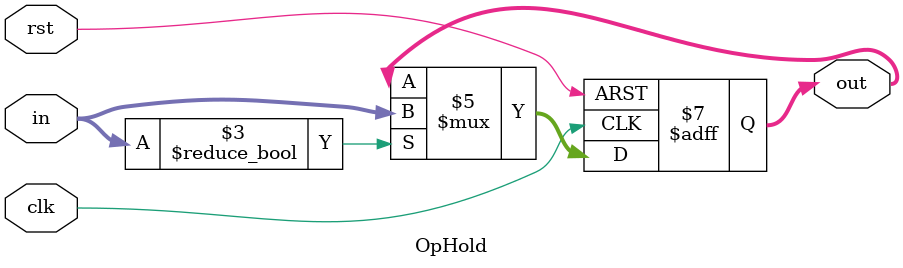
<source format=v>
module OpHold(out, in, clk, rst);

input           clk;
input           rst;
input  [7:0]     in;
output [7:0]    out;
reg        [7:0]out;

always @(posedge clk or negedge rst)
begin
if(rst==0)
begin
out<=0;

end
else
begin
if(in != 8'd0)
begin
out<=in;

end
else
begin
out<=out;

end
end
end
endmodule

</source>
